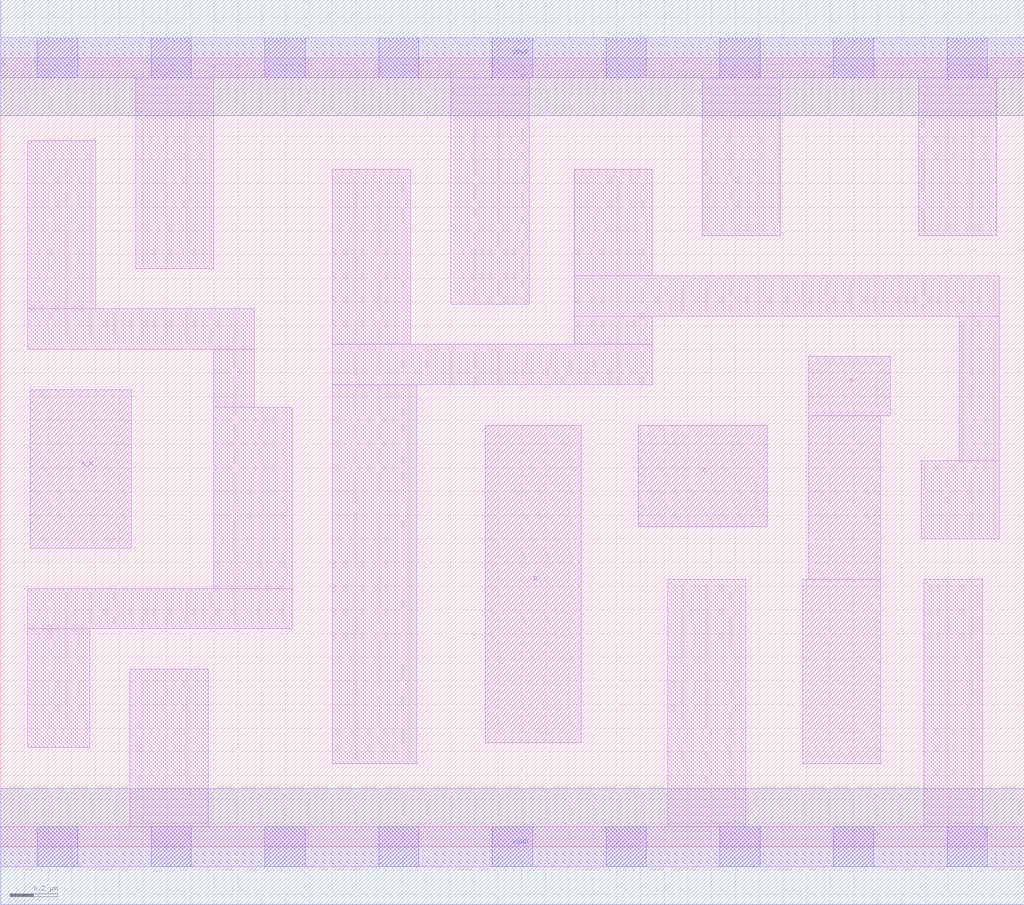
<source format=lef>
# Copyright 2020 The SkyWater PDK Authors
#
# Licensed under the Apache License, Version 2.0 (the "License");
# you may not use this file except in compliance with the License.
# You may obtain a copy of the License at
#
#     https://www.apache.org/licenses/LICENSE-2.0
#
# Unless required by applicable law or agreed to in writing, software
# distributed under the License is distributed on an "AS IS" BASIS,
# WITHOUT WARRANTIES OR CONDITIONS OF ANY KIND, either express or implied.
# See the License for the specific language governing permissions and
# limitations under the License.
#
# SPDX-License-Identifier: Apache-2.0

VERSION 5.7 ;
  NAMESCASESENSITIVE ON ;
  NOWIREEXTENSIONATPIN ON ;
  DIVIDERCHAR "/" ;
  BUSBITCHARS "[]" ;
UNITS
  DATABASE MICRONS 200 ;
END UNITS
MACRO sky130_fd_sc_hs__and3b_2
  CLASS CORE ;
  FOREIGN sky130_fd_sc_hs__and3b_2 ;
  ORIGIN  0.000000  0.000000 ;
  SIZE  4.320000 BY  3.330000 ;
  SYMMETRY X Y ;
  SITE unit ;
  PIN A_N
    ANTENNAGATEAREA  0.208500 ;
    DIRECTION INPUT ;
    USE SIGNAL ;
    PORT
      LAYER li1 ;
        RECT 0.125000 1.260000 0.550000 1.930000 ;
    END
  END A_N
  PIN B
    ANTENNAGATEAREA  0.261000 ;
    DIRECTION INPUT ;
    USE SIGNAL ;
    PORT
      LAYER li1 ;
        RECT 2.045000 0.440000 2.450000 1.780000 ;
    END
  END B
  PIN C
    ANTENNAGATEAREA  0.261000 ;
    DIRECTION INPUT ;
    USE SIGNAL ;
    PORT
      LAYER li1 ;
        RECT 2.690000 1.350000 3.235000 1.780000 ;
    END
  END C
  PIN X
    ANTENNADIFFAREA  0.560000 ;
    DIRECTION OUTPUT ;
    USE SIGNAL ;
    PORT
      LAYER li1 ;
        RECT 3.385000 0.350000 3.715000 1.130000 ;
        RECT 3.410000 1.130000 3.715000 1.820000 ;
        RECT 3.410000 1.820000 3.755000 2.070000 ;
    END
  END X
  PIN VGND
    DIRECTION INOUT ;
    USE GROUND ;
    PORT
      LAYER met1 ;
        RECT 0.000000 -0.245000 4.320000 0.245000 ;
    END
  END VGND
  PIN VPWR
    DIRECTION INOUT ;
    USE POWER ;
    PORT
      LAYER met1 ;
        RECT 0.000000 3.085000 4.320000 3.575000 ;
    END
  END VPWR
  OBS
    LAYER li1 ;
      RECT 0.000000 -0.085000 4.320000 0.085000 ;
      RECT 0.000000  3.245000 4.320000 3.415000 ;
      RECT 0.115000  0.420000 0.375000 0.920000 ;
      RECT 0.115000  0.920000 1.230000 1.090000 ;
      RECT 0.115000  2.100000 1.070000 2.270000 ;
      RECT 0.115000  2.270000 0.400000 2.980000 ;
      RECT 0.545000  0.085000 0.875000 0.750000 ;
      RECT 0.570000  2.440000 0.900000 3.245000 ;
      RECT 0.900000  1.090000 1.230000 1.855000 ;
      RECT 0.900000  1.855000 1.070000 2.100000 ;
      RECT 1.400000  0.350000 1.755000 1.950000 ;
      RECT 1.400000  1.950000 2.750000 2.120000 ;
      RECT 1.400000  2.120000 1.730000 2.860000 ;
      RECT 1.900000  2.290000 2.230000 3.245000 ;
      RECT 2.420000  2.120000 2.750000 2.240000 ;
      RECT 2.420000  2.240000 4.215000 2.410000 ;
      RECT 2.420000  2.410000 2.750000 2.860000 ;
      RECT 2.815000  0.085000 3.145000 1.130000 ;
      RECT 2.960000  2.580000 3.290000 3.245000 ;
      RECT 3.875000  2.580000 4.205000 3.245000 ;
      RECT 3.885000  1.300000 4.215000 1.630000 ;
      RECT 3.895000  0.085000 4.145000 1.130000 ;
      RECT 4.045000  1.630000 4.215000 2.240000 ;
    LAYER mcon ;
      RECT 0.155000 -0.085000 0.325000 0.085000 ;
      RECT 0.155000  3.245000 0.325000 3.415000 ;
      RECT 0.635000 -0.085000 0.805000 0.085000 ;
      RECT 0.635000  3.245000 0.805000 3.415000 ;
      RECT 1.115000 -0.085000 1.285000 0.085000 ;
      RECT 1.115000  3.245000 1.285000 3.415000 ;
      RECT 1.595000 -0.085000 1.765000 0.085000 ;
      RECT 1.595000  3.245000 1.765000 3.415000 ;
      RECT 2.075000 -0.085000 2.245000 0.085000 ;
      RECT 2.075000  3.245000 2.245000 3.415000 ;
      RECT 2.555000 -0.085000 2.725000 0.085000 ;
      RECT 2.555000  3.245000 2.725000 3.415000 ;
      RECT 3.035000 -0.085000 3.205000 0.085000 ;
      RECT 3.035000  3.245000 3.205000 3.415000 ;
      RECT 3.515000 -0.085000 3.685000 0.085000 ;
      RECT 3.515000  3.245000 3.685000 3.415000 ;
      RECT 3.995000 -0.085000 4.165000 0.085000 ;
      RECT 3.995000  3.245000 4.165000 3.415000 ;
  END
END sky130_fd_sc_hs__and3b_2
END LIBRARY

</source>
